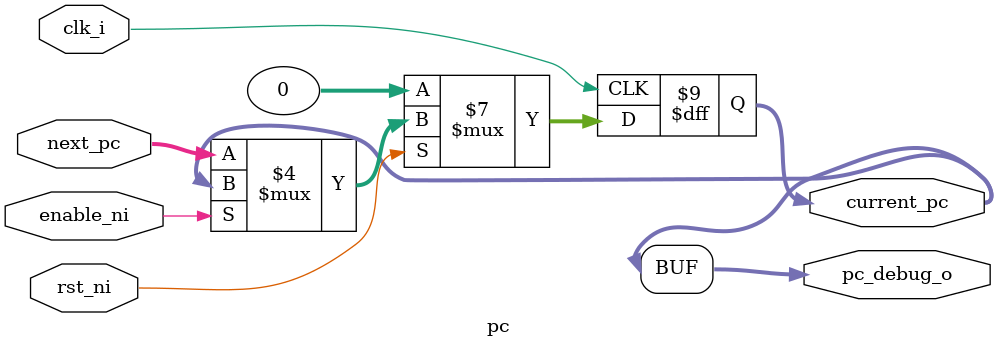
<source format=sv>

module pc
#(
    parameter WIDTH = 32
)
(
          //input
          input logic clk_i,
          input logic rst_ni,
			 input logic enable_ni,
			 input logic [WIDTH-1:0] next_pc,
			 //output
			 output logic [WIDTH-1:0] current_pc,
			 output logic [WIDTH-1:0] pc_debug_o);
			 
			 always_ff @(posedge clk_i)
			 begin 
			 if( !rst_ni ) 
			 current_pc <= 32'd0;
			 else if(!enable_ni)
			 current_pc <= next_pc;
			 end
			 assign pc_debug_o = current_pc;
endmodule:pc
</source>
